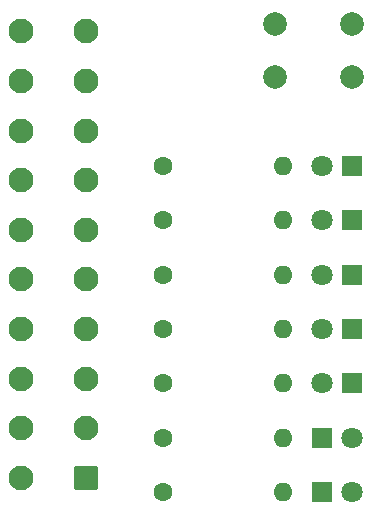
<source format=gts>
G04 #@! TF.GenerationSoftware,KiCad,Pcbnew,8.0.5*
G04 #@! TF.CreationDate,2024-11-12T19:42:50-03:00*
G04 #@! TF.ProjectId,Teste R_pido Fonte Chaveada,54657374-6520-452e-9170-69646f20466f,rev?*
G04 #@! TF.SameCoordinates,Original*
G04 #@! TF.FileFunction,Soldermask,Top*
G04 #@! TF.FilePolarity,Negative*
%FSLAX46Y46*%
G04 Gerber Fmt 4.6, Leading zero omitted, Abs format (unit mm)*
G04 Created by KiCad (PCBNEW 8.0.5) date 2024-11-12 19:42:50*
%MOMM*%
%LPD*%
G01*
G04 APERTURE LIST*
G04 Aperture macros list*
%AMRoundRect*
0 Rectangle with rounded corners*
0 $1 Rounding radius*
0 $2 $3 $4 $5 $6 $7 $8 $9 X,Y pos of 4 corners*
0 Add a 4 corners polygon primitive as box body*
4,1,4,$2,$3,$4,$5,$6,$7,$8,$9,$2,$3,0*
0 Add four circle primitives for the rounded corners*
1,1,$1+$1,$2,$3*
1,1,$1+$1,$4,$5*
1,1,$1+$1,$6,$7*
1,1,$1+$1,$8,$9*
0 Add four rect primitives between the rounded corners*
20,1,$1+$1,$2,$3,$4,$5,0*
20,1,$1+$1,$4,$5,$6,$7,0*
20,1,$1+$1,$6,$7,$8,$9,0*
20,1,$1+$1,$8,$9,$2,$3,0*%
G04 Aperture macros list end*
%ADD10R,1.800000X1.800000*%
%ADD11C,1.800000*%
%ADD12C,1.600000*%
%ADD13O,1.600000X1.600000*%
%ADD14RoundRect,0.315000X0.735000X0.735000X-0.735000X0.735000X-0.735000X-0.735000X0.735000X-0.735000X0*%
%ADD15C,2.100000*%
%ADD16C,2.000000*%
G04 APERTURE END LIST*
D10*
X131000000Y-65400000D03*
D11*
X128460000Y-65400000D03*
D10*
X131000000Y-79200000D03*
D11*
X128460000Y-79200000D03*
D10*
X131000000Y-83800000D03*
D11*
X128460000Y-83800000D03*
D12*
X115000000Y-79200000D03*
D13*
X125160000Y-79200000D03*
D12*
X115000000Y-74600000D03*
D13*
X125160000Y-74600000D03*
D12*
X115000000Y-88400000D03*
D13*
X125160000Y-88400000D03*
D10*
X128450000Y-93000000D03*
D11*
X130990000Y-93000000D03*
D12*
X115000000Y-93000000D03*
D13*
X125160000Y-93000000D03*
D12*
X115000000Y-65400000D03*
D13*
X125160000Y-65400000D03*
D14*
X108500000Y-91800000D03*
D15*
X108500000Y-87600000D03*
X108500000Y-83400000D03*
X108500000Y-79200000D03*
X108500000Y-75000000D03*
X108500000Y-70800000D03*
X108500000Y-66600000D03*
X108500000Y-62400000D03*
X108500000Y-58200000D03*
X108500000Y-54000000D03*
X103000000Y-91800000D03*
X103000000Y-87600000D03*
X103000000Y-83400000D03*
X103000000Y-79200000D03*
X103000000Y-75000000D03*
X103000000Y-70800000D03*
X103000000Y-66600000D03*
X103000000Y-62400000D03*
X103000000Y-58200000D03*
X103000000Y-54000000D03*
D12*
X115000000Y-70000000D03*
D13*
X125160000Y-70000000D03*
D10*
X128450000Y-88400000D03*
D11*
X130990000Y-88400000D03*
D10*
X131000000Y-70000000D03*
D11*
X128460000Y-70000000D03*
D10*
X131000000Y-74600000D03*
D11*
X128460000Y-74600000D03*
D12*
X115000000Y-83800000D03*
D13*
X125160000Y-83800000D03*
D16*
X131000000Y-57850000D03*
X124500000Y-57850000D03*
X131000000Y-53350000D03*
X124500000Y-53350000D03*
M02*

</source>
